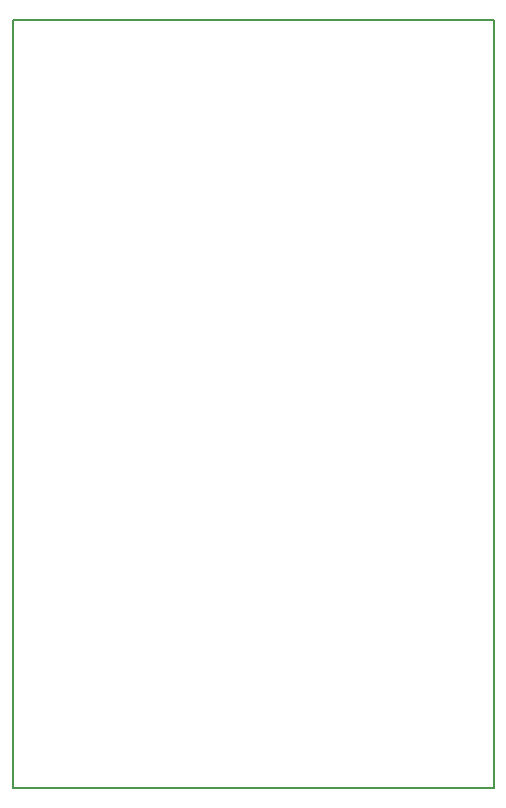
<source format=gbr>
G04 DipTrace 3.0.0.1*
G04 BoardOutline.gbr*
%MOIN*%
G04 #@! TF.FileFunction,Profile*
G04 #@! TF.Part,Single*
%ADD11C,0.005512*%
%FSLAX26Y26*%
G04*
G70*
G90*
G75*
G01*
G04 BoardOutline*
%LPD*%
X393701Y393701D2*
D11*
X1996063D1*
Y2952756D1*
X393701D1*
Y393701D1*
M02*

</source>
